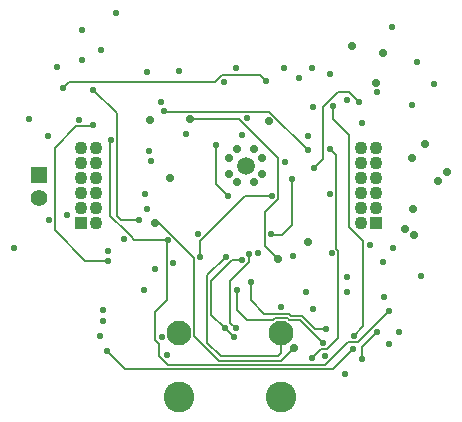
<source format=gbr>
G04 #@! TF.GenerationSoftware,KiCad,Pcbnew,7.0.7*
G04 #@! TF.CreationDate,2024-10-23T00:54:49-07:00*
G04 #@! TF.ProjectId,ESP_POE_1.4b,4553505f-504f-4455-9f31-2e34622e6b69,K*
G04 #@! TF.SameCoordinates,Original*
G04 #@! TF.FileFunction,Copper,L4,Inr*
G04 #@! TF.FilePolarity,Positive*
%FSLAX46Y46*%
G04 Gerber Fmt 4.6, Leading zero omitted, Abs format (unit mm)*
G04 Created by KiCad (PCBNEW 7.0.7) date 2024-10-23 00:54:49*
%MOMM*%
%LPD*%
G01*
G04 APERTURE LIST*
G04 #@! TA.AperFunction,ComponentPad*
%ADD10R,1.400000X1.400000*%
G04 #@! TD*
G04 #@! TA.AperFunction,ComponentPad*
%ADD11C,1.400000*%
G04 #@! TD*
G04 #@! TA.AperFunction,ComponentPad*
%ADD12C,2.100000*%
G04 #@! TD*
G04 #@! TA.AperFunction,ComponentPad*
%ADD13C,2.600000*%
G04 #@! TD*
G04 #@! TA.AperFunction,ComponentPad*
%ADD14R,1.100000X1.100000*%
G04 #@! TD*
G04 #@! TA.AperFunction,ComponentPad*
%ADD15C,1.100000*%
G04 #@! TD*
G04 #@! TA.AperFunction,ComponentPad*
%ADD16C,0.700000*%
G04 #@! TD*
G04 #@! TA.AperFunction,ComponentPad*
%ADD17C,1.500000*%
G04 #@! TD*
G04 #@! TA.AperFunction,ViaPad*
%ADD18C,0.550000*%
G04 #@! TD*
G04 #@! TA.AperFunction,ViaPad*
%ADD19C,0.700000*%
G04 #@! TD*
G04 #@! TA.AperFunction,Conductor*
%ADD20C,0.203200*%
G04 #@! TD*
G04 APERTURE END LIST*
D10*
X74389520Y-143148050D03*
D11*
X74392060Y-145177510D03*
D12*
X86256400Y-156589400D03*
D13*
X86256400Y-161949400D03*
D12*
X94896400Y-156589400D03*
D13*
X94896400Y-161949400D03*
D14*
X77927200Y-147218400D03*
D15*
X79197200Y-147218400D03*
X77927200Y-145948400D03*
X79197200Y-145948400D03*
X77927200Y-144678400D03*
X79197200Y-144678400D03*
X77927200Y-143408400D03*
X79197200Y-143408400D03*
X77927200Y-142138400D03*
X79197200Y-142138400D03*
X77927200Y-140868400D03*
X79197200Y-140868400D03*
D16*
X93288000Y-143120000D03*
X93288000Y-141720000D03*
X92588000Y-143820000D03*
X92588000Y-141020000D03*
D17*
X91888000Y-142420000D03*
D16*
X91188000Y-143820000D03*
X91188000Y-141020000D03*
X90488000Y-143120000D03*
X90488000Y-141720000D03*
D14*
X102920800Y-147218400D03*
D15*
X101650800Y-147218400D03*
X102920800Y-145948400D03*
X101650800Y-145948400D03*
X102920800Y-144678400D03*
X101650800Y-144678400D03*
X102920800Y-143408400D03*
X101650800Y-143408400D03*
X102920800Y-142138400D03*
X101650800Y-142138400D03*
X102920800Y-140868400D03*
X101650800Y-140868400D03*
D18*
X93573600Y-135261600D03*
X76384400Y-135820400D03*
X72288400Y-149402800D03*
X96367600Y-134975600D03*
X98602800Y-158496000D03*
X104241600Y-130657600D03*
X86207600Y-134367600D03*
X97180400Y-139903200D03*
X104343200Y-149343700D03*
X79774800Y-155549600D03*
X92913200Y-149809200D03*
D19*
X97180400Y-148856298D03*
D18*
X100431600Y-153130000D03*
D19*
X102903979Y-135378187D03*
D18*
X98988000Y-134620000D03*
X103479600Y-150571200D03*
X75239700Y-146964400D03*
X103987600Y-157480000D03*
X95859600Y-150032800D03*
X73558400Y-138430000D03*
D19*
X106070400Y-146100800D03*
D18*
X84767299Y-156925237D03*
X77779700Y-138561600D03*
X78028800Y-130911600D03*
X107797600Y-135483600D03*
X105968800Y-137261600D03*
X77984024Y-133483076D03*
X104827901Y-156514800D03*
X106426000Y-133654800D03*
X79552800Y-156819600D03*
X97586800Y-137464800D03*
X103632000Y-153517600D03*
D19*
X85445600Y-143459200D03*
D18*
X83566000Y-134447100D03*
X97485200Y-134162800D03*
X98988000Y-140970000D03*
X97466400Y-158718000D03*
D19*
X103530400Y-132892800D03*
X100868400Y-132232400D03*
D18*
X99314000Y-137312400D03*
X100489115Y-136874658D03*
X101041200Y-156819600D03*
D19*
X108153200Y-143713200D03*
D18*
X79603600Y-132638800D03*
X94848690Y-154352127D03*
X100431600Y-151841200D03*
X75107800Y-139852400D03*
X90078400Y-135280400D03*
X100252962Y-160044562D03*
X106730800Y-151771600D03*
X84226400Y-151130000D03*
X86798849Y-139687300D03*
D19*
X93850621Y-138610179D03*
D18*
X95148400Y-134162300D03*
X91084400Y-134144000D03*
X80924400Y-129489200D03*
X80453800Y-140258800D03*
X85293200Y-148710400D03*
X104038400Y-154686000D03*
X101701600Y-158800800D03*
D19*
X95961200Y-157835600D03*
D18*
X102972438Y-156515638D03*
D19*
X84226400Y-147269200D03*
D18*
X83874200Y-142036800D03*
X91983560Y-138360400D03*
X97028000Y-153130000D03*
X90220800Y-150114000D03*
X87833200Y-148183600D03*
X76758800Y-146608800D03*
X80162400Y-158108400D03*
X100945292Y-157900100D03*
X98988000Y-144780000D03*
X103022400Y-136120300D03*
X101752400Y-138785600D03*
X75895200Y-134061200D03*
X78943200Y-138988800D03*
X80264103Y-150432480D03*
X101498400Y-137026400D03*
X97688400Y-142627600D03*
X92151200Y-149860000D03*
X91024898Y-156179400D03*
X90881200Y-156921200D03*
X91541600Y-150418800D03*
X90127902Y-156179400D03*
X83261200Y-152940000D03*
D19*
X107086400Y-140565599D03*
X105968800Y-141732000D03*
D18*
X102385801Y-149098000D03*
X95250000Y-142087600D03*
D19*
X105359200Y-147777200D03*
X108966000Y-142900400D03*
D18*
X85750400Y-150622000D03*
D19*
X106172000Y-148234400D03*
D18*
X89357200Y-140614400D03*
X90358280Y-144969957D03*
X95808800Y-143510000D03*
X94005254Y-148208854D03*
X79825600Y-154635200D03*
X88036400Y-150164800D03*
X94132400Y-144969500D03*
X81603600Y-148590000D03*
D19*
X83810951Y-138569200D03*
X87128700Y-138417300D03*
X94640400Y-150317200D03*
D18*
X83566000Y-146050000D03*
X99163106Y-149809029D03*
X83667600Y-141122400D03*
X91541600Y-139801600D03*
X83330800Y-144780000D03*
X97129600Y-141071600D03*
X85007200Y-137787257D03*
X78994000Y-135991600D03*
X82854800Y-147015200D03*
X98450400Y-157378400D03*
X91135700Y-152921239D03*
X92298700Y-152280000D03*
X98704400Y-156210000D03*
X84696128Y-137021528D03*
X80257900Y-149606000D03*
X97611543Y-154533468D03*
X85242400Y-158464000D03*
D20*
X93051900Y-134739900D02*
X89854517Y-134739900D01*
X89854517Y-134739900D02*
X89314017Y-135280400D01*
X93573600Y-135261600D02*
X93051900Y-134739900D01*
X89314017Y-135280400D02*
X76924400Y-135280400D01*
X76924400Y-135280400D02*
X76384400Y-135820400D01*
X99554800Y-149436340D02*
X99720400Y-149601940D01*
X98736900Y-157955500D02*
X98228900Y-157955500D01*
X99720400Y-156972000D02*
X98736900Y-157955500D01*
X98988000Y-140970000D02*
X99554800Y-141536800D01*
X98228900Y-157955500D02*
X97466400Y-158718000D01*
X99554800Y-141536800D02*
X99554800Y-149436340D01*
X99720400Y-149601940D02*
X99720400Y-156972000D01*
X99314000Y-137312400D02*
X99314000Y-138483183D01*
X101845801Y-156014999D02*
X101041200Y-156819600D01*
X101845801Y-148782618D02*
X101845801Y-156014999D01*
X100634800Y-139803983D02*
X100634800Y-147571617D01*
X99314000Y-138483183D02*
X100634800Y-139803983D01*
X100634800Y-147571617D02*
X101845801Y-148782618D01*
X85324202Y-159258000D02*
X84582000Y-158515798D01*
X81806300Y-148049500D02*
X81827483Y-148049500D01*
X80416400Y-140296200D02*
X80416400Y-146659600D01*
X84226799Y-154773001D02*
X85209900Y-153789900D01*
X98628200Y-159258000D02*
X85324202Y-159258000D01*
X80416400Y-146659600D02*
X81806300Y-148049500D01*
X100526100Y-157360100D02*
X98628200Y-159258000D01*
X81827483Y-148049500D02*
X82144100Y-148366117D01*
X82144100Y-148366117D02*
X82144100Y-148387300D01*
X85209900Y-148793700D02*
X85293200Y-148710400D01*
X84582000Y-157504321D02*
X84226799Y-157149120D01*
X80453800Y-140258800D02*
X80416400Y-140296200D01*
X85209900Y-153789900D02*
X85209900Y-148793700D01*
X84226799Y-157149120D02*
X84226799Y-154773001D01*
X104038400Y-154686000D02*
X101364300Y-157360100D01*
X82467200Y-148710400D02*
X85293200Y-148710400D01*
X82144100Y-148387300D02*
X82467200Y-148710400D01*
X84582000Y-158515798D02*
X84582000Y-157504321D01*
X101364300Y-157360100D02*
X100526100Y-157360100D01*
X101701600Y-158800800D02*
X101701600Y-157786476D01*
X87535000Y-156785173D02*
X89652227Y-158902400D01*
X84226400Y-147269200D02*
X84564198Y-147269200D01*
X101701600Y-157786476D02*
X102972438Y-156515638D01*
X84564198Y-147269200D02*
X87535000Y-150240002D01*
X89652227Y-158902400D02*
X94894400Y-158902400D01*
X94894400Y-158902400D02*
X95961200Y-157835600D01*
X87535000Y-150240002D02*
X87535000Y-156785173D01*
X90220800Y-150114000D02*
X88646000Y-151688800D01*
X88646000Y-157429200D02*
X89763600Y-158546800D01*
X94896400Y-158240000D02*
X94896400Y-156589400D01*
X94589600Y-158546800D02*
X94896400Y-158240000D01*
X89763600Y-158546800D02*
X94589600Y-158546800D01*
X88646000Y-151688800D02*
X88646000Y-157429200D01*
X99257192Y-159588200D02*
X81642200Y-159588200D01*
X81642200Y-159588200D02*
X80162400Y-158108400D01*
X100945292Y-157900100D02*
X99257192Y-159588200D01*
X75742800Y-147878800D02*
X78296480Y-150432480D01*
X77546000Y-139065200D02*
X75742800Y-140868400D01*
X78866800Y-139065200D02*
X77546000Y-139065200D01*
X78943200Y-138988800D02*
X78866800Y-139065200D01*
X78296480Y-150432480D02*
X80264103Y-150432480D01*
X75742800Y-140868400D02*
X75742800Y-147878800D01*
X99717353Y-136144664D02*
X100616664Y-136144664D01*
X97688400Y-142627600D02*
X98447500Y-141868500D01*
X98447500Y-141868500D02*
X98447500Y-137414517D01*
X98447500Y-137414517D02*
X99717353Y-136144664D01*
X100616664Y-136144664D02*
X101498400Y-137026400D01*
X91024898Y-156145938D02*
X90972568Y-156093608D01*
X90595200Y-152129583D02*
X92151200Y-150573583D01*
X92151200Y-150573583D02*
X92151200Y-149860000D01*
X91024898Y-156179400D02*
X91024898Y-156145938D01*
X90595200Y-155749702D02*
X90595200Y-152129583D01*
X91024898Y-156234590D02*
X91024898Y-156179400D01*
X91024898Y-156179400D02*
X90595200Y-155749702D01*
X90728800Y-150418800D02*
X91541600Y-150418800D01*
X90869702Y-156921200D02*
X90127902Y-156179400D01*
X90127902Y-156179400D02*
X88976200Y-155027698D01*
X88976200Y-155027698D02*
X88976200Y-152171400D01*
X88976200Y-152171400D02*
X90728800Y-150418800D01*
X90881200Y-156921200D02*
X90869702Y-156921200D01*
X89357200Y-143968877D02*
X89357200Y-140614400D01*
X90358280Y-144969957D02*
X89357200Y-143968877D01*
X94005254Y-148208854D02*
X94030800Y-148234400D01*
X95808800Y-147421600D02*
X95808800Y-143510000D01*
X94996000Y-148234400D02*
X95808800Y-147421600D01*
X94030800Y-148234400D02*
X94996000Y-148234400D01*
X94132400Y-144969500D02*
X91809300Y-144969500D01*
X88036400Y-148742400D02*
X88036400Y-150164800D01*
X91809300Y-144969500D02*
X88036400Y-148742400D01*
X93501654Y-146312444D02*
X94636000Y-145178098D01*
X93501654Y-149178454D02*
X93501654Y-146312444D01*
X94636000Y-141778400D02*
X91274900Y-138417300D01*
X91274900Y-138417300D02*
X87128700Y-138417300D01*
X94636000Y-145178098D02*
X94636000Y-141778400D01*
X94640400Y-150317200D02*
X93501654Y-149178454D01*
X85040343Y-137820400D02*
X93878400Y-137820400D01*
X85007200Y-137787257D02*
X85040343Y-137820400D01*
X93878400Y-137820400D02*
X97129600Y-141071600D01*
X80956900Y-146641300D02*
X81330800Y-147015200D01*
X78994000Y-135991600D02*
X80956900Y-137954500D01*
X81330800Y-147015200D02*
X82854800Y-147015200D01*
X80956900Y-137954500D02*
X80956900Y-146641300D01*
X91998800Y-155448000D02*
X94229586Y-155448000D01*
X91135700Y-152921239D02*
X91135700Y-154584900D01*
X95426014Y-155310800D02*
X95563214Y-155448000D01*
X94229586Y-155448000D02*
X94366786Y-155310800D01*
X95563214Y-155448000D02*
X96520000Y-155448000D01*
X94366786Y-155310800D02*
X95426014Y-155310800D01*
X91135700Y-154584900D02*
X91998800Y-155448000D01*
X96520000Y-155448000D02*
X98450400Y-157378400D01*
X97748974Y-156210000D02*
X98704400Y-156210000D01*
X93472000Y-154940000D02*
X95522188Y-154940000D01*
X92298700Y-153766700D02*
X93472000Y-154940000D01*
X92298700Y-152280000D02*
X92298700Y-153766700D01*
X95522188Y-154940000D02*
X95699988Y-155117800D01*
X95699988Y-155117800D02*
X96656774Y-155117800D01*
X96656774Y-155117800D02*
X97748974Y-156210000D01*
M02*

</source>
